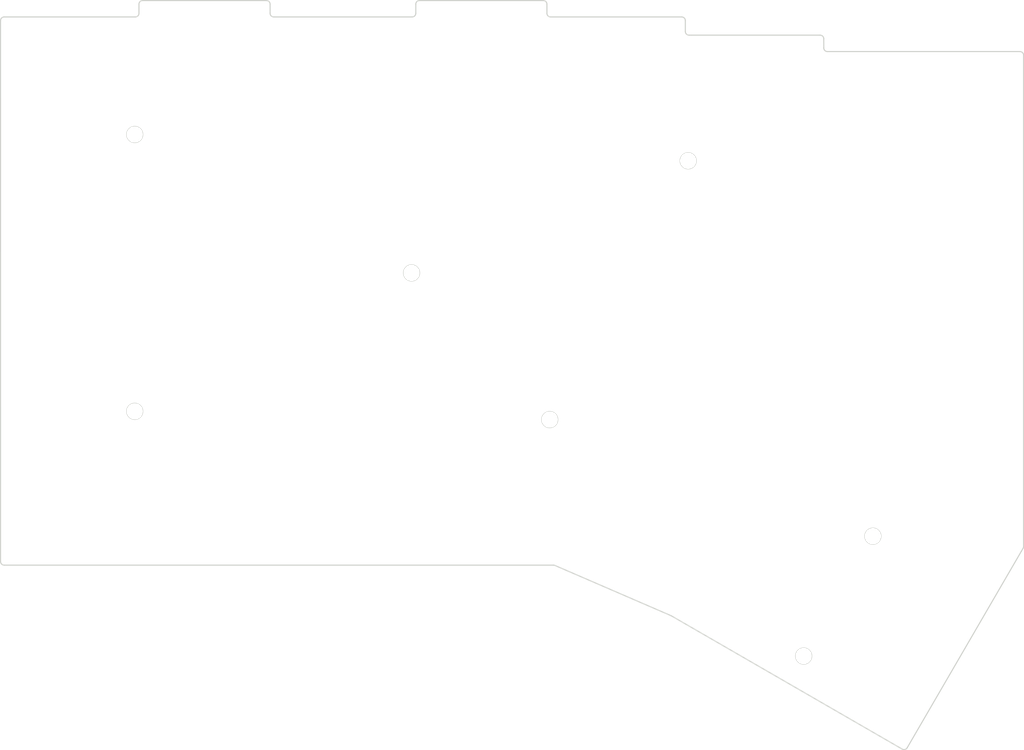
<source format=kicad_pcb>
(kicad_pcb (version 20240108) (generator "pcbnew") (generator_version "8.0")
  (title_block (title "backplate") (date "2025-06-17") (rev "0.2") (company "ceoloide"))
  (layers (0 "F.Cu" signal) (31 "B.Cu" signal) (34 "B.Paste" user) (35 "F.Paste" user) (36 "B.SilkS" user "B.Silkscreen") (37 "F.SilkS" user "F.Silkscreen") (38 "B.Mask" user) (39 "F.Mask" user) (44 "Edge.Cuts" user))
  (net 0 "")
  (footprint "ceoloide:mounting_hole_npth" (layer "F.Cu") (at 166.468 89.261)
    (property "Reference" "MH5" (hide yes))
    (property "Value" "")
    (pad "" np_thru_hole circle (at 0 0) (size 2.2 2.2) (drill 2.2) (layers "*.Cu" "*.Mask"))
  )
  (footprint "ceoloide:mounting_hole_npth" (layer "F.Cu") (at 109.5 88.125)
    (property "Reference" "MH2" (hide yes))
    (property "Value" "")
    (pad "" np_thru_hole circle (at 0 0) (size 2.2 2.2) (drill 2.2) (layers "*.Cu" "*.Mask"))
  )
  (footprint "ceoloide:mounting_hole_npth" (layer "F.Cu") (at 147.5 69.125)
    (property "Reference" "MH4" (hide yes))
    (property "Value" "")
    (pad "" np_thru_hole circle (at 0 0) (size 2.2 2.2) (drill 2.2) (layers "*.Cu" "*.Mask"))
  )
  (footprint "ceoloide:mounting_hole_npth" (layer "F.Cu") (at 201.327241 121.717241 60)
    (property "Reference" "MH7" (hide yes))
    (property "Value" "")
    (pad "" np_thru_hole circle (at 0 0 60) (size 2.2 2.2) (drill 2.2) (layers "*.Cu" "*.Mask"))
  )
  (footprint "ceoloide:mounting_hole_npth" (layer "F.Cu") (at 185.468 53.736)
    (property "Reference" "MH3" (hide yes))
    (property "Value" "")
    (pad "" np_thru_hole circle (at 0 0) (size 2.2 2.2) (drill 2.2) (layers "*.Cu" "*.Mask"))
  )
  (footprint "ceoloide:mounting_hole_npth" (layer "F.Cu") (at 210.827241 105.262759 60)
    (property "Reference" "MH6" (hide yes))
    (property "Value" "")
    (pad "" np_thru_hole circle (at 0 0 60) (size 2.2 2.2) (drill 2.2) (layers "*.Cu" "*.Mask"))
  )
  (footprint "ceoloide:mounting_hole_npth" (layer "F.Cu") (at 109.5 50.125)
    (property "Reference" "MH1" (hide yes))
    (property "Value" "")
    (pad "" np_thru_hole circle (at 0 0) (size 2.2 2.2) (drill 2.2) (layers "*.Cu" "*.Mask"))
  )
  (gr_arc (start 165.582 31.738) (mid 165.935553 31.884447) (end 166.082 32.238) (stroke (width 0.15)) (layer "Edge.Cuts"))
  (gr_circle (center 210.827241 105.262759) (end 211.927241 105.262759) (stroke (width 0.15)) (fill none) (layer "Edge.Cuts"))
  (gr_arc (start 204.582778 38.74) (mid 204.229317 38.593624) (end 204.082778 38.240222) (stroke (width 0.15)) (layer "Edge.Cuts"))
  (gr_arc (start 110.08 32.238) (mid 110.226447 31.884447) (end 110.58 31.738) (stroke (width 0.15)) (layer "Edge.Cuts"))
  (gr_line (start 128.582 33.99) (end 147.58 33.99) (stroke (width 0.15)) (layer "Edge.Cuts"))
  (gr_circle (center 185.468 53.736) (end 186.568 53.736) (stroke (width 0.15)) (fill none) (layer "Edge.Cuts"))
  (gr_arc (start 110.08 33.49) (mid 109.933553 33.843553) (end 109.58 33.99) (stroke (width 0.15)) (layer "Edge.Cuts"))
  (gr_line (start 91.081987 108.740013) (end 91.080013 34.490013) (stroke (width 0.15)) (layer "Edge.Cuts"))
  (gr_circle (center 201.327241 121.717241) (end 202.427241 121.717241) (stroke (width 0.15)) (fill none) (layer "Edge.Cuts"))
  (gr_line (start 148.08 33.49) (end 148.08 32.238) (stroke (width 0.15)) (layer "Edge.Cuts"))
  (gr_line (start 183.165421 116.200186) (end 214.849384 134.49293) (stroke (width 0.15)) (layer "Edge.Cuts"))
  (gr_circle (center 166.468 89.261) (end 167.568 89.261) (stroke (width 0.15)) (fill none) (layer "Edge.Cuts"))
  (gr_arc (start 128.582 33.99) (mid 128.228447 33.843553) (end 128.082 33.49) (stroke (width 0.15)) (layer "Edge.Cuts"))
  (gr_line (start 91.580013 33.99) (end 109.58 33.99) (stroke (width 0.15)) (layer "Edge.Cuts"))
  (gr_arc (start 184.582 33.99) (mid 184.935553 34.136447) (end 185.082 34.49) (stroke (width 0.15)) (layer "Edge.Cuts"))
  (gr_arc (start 148.08 33.49) (mid 147.933553 33.843553) (end 147.58 33.99) (stroke (width 0.15)) (layer "Edge.Cuts"))
  (gr_arc (start 148.08 32.238) (mid 148.226447 31.884447) (end 148.58 31.738) (stroke (width 0.15)) (layer "Edge.Cuts"))
  (gr_line (start 166.582 33.99) (end 184.582 33.99) (stroke (width 0.15)) (layer "Edge.Cuts"))
  (gr_line (start 91.581987 109.24) (end 166.978501 109.24) (stroke (width 0.15)) (layer "Edge.Cuts"))
  (gr_arc (start 185.582 36.488) (mid 185.228447 36.341553) (end 185.082 35.988) (stroke (width 0.15)) (layer "Edge.Cuts"))
  (gr_line (start 231.446013 106.917025) (end 231.198 107.346596) (stroke (width 0.15)) (layer "Edge.Cuts"))
  (gr_line (start 166.082 32.238) (end 166.082 33.49) (stroke (width 0.15)) (layer "Edge.Cuts"))
  (gr_arc (start 166.582 33.99) (mid 166.228447 33.843553) (end 166.082 33.49) (stroke (width 0.15)) (layer "Edge.Cuts"))
  (gr_line (start 128.082 32.238) (end 128.082 33.49) (stroke (width 0.15)) (layer "Edge.Cuts"))
  (gr_line (start 110.08 33.49) (end 110.08 32.238) (stroke (width 0.15)) (layer "Edge.Cuts"))
  (gr_arc (start 91.080013 34.490013) (mid 91.226456 34.136456) (end 91.580013 33.99) (stroke (width 0.15)) (layer "Edge.Cuts"))
  (gr_line (start 185.582 36.488) (end 203.582222 36.488) (stroke (width 0.15)) (layer "Edge.Cuts"))
  (gr_line (start 231.513 39.24) (end 231.513 106.667025) (stroke (width 0.15)) (layer "Edge.Cuts"))
  (gr_line (start 185.082 34.49) (end 185.082 35.988) (stroke (width 0.15)) (layer "Edge.Cuts"))
  (gr_circle (center 109.5 88.125) (end 110.6 88.125) (stroke (width 0.15)) (fill none) (layer "Edge.Cuts"))
  (gr_circle (center 109.5 50.125) (end 110.6 50.125) (stroke (width 0.15)) (fill none) (layer "Edge.Cuts"))
  (gr_line (start 183.113914 116.174286) (end 167.176994 109.281088) (stroke (width 0.15)) (layer "Edge.Cuts"))
  (gr_arc (start 183.113914 116.174286) (mid 183.140041 116.186494) (end 183.165421 116.200186) (stroke (width 0.15)) (layer "Edge.Cuts"))
  (gr_arc (start 127.582 31.738) (mid 127.935553 31.884447) (end 128.082 32.238) (stroke (width 0.15)) (layer "Edge.Cuts"))
  (gr_line (start 231.198 107.346596) (end 215.531712 134.311099) (stroke (width 0.15)) (layer "Edge.Cuts"))
  (gr_line (start 204.082222 36.987778) (end 204.082778 38.240222) (stroke (width 0.15)) (layer "Edge.Cuts"))
  (gr_line (start 204.582778 38.74) (end 231.013 38.74) (stroke (width 0.15)) (layer "Edge.Cuts"))
  (gr_line (start 148.58 31.738) (end 165.582 31.738) (stroke (width 0.15)) (layer "Edge.Cuts"))
  (gr_arc (start 166.978501 109.24) (mid 167.079851 109.25038) (end 167.176994 109.281088) (stroke (width 0.15)) (layer "Edge.Cuts"))
  (gr_arc (start 231.013 38.74) (mid 231.366553 38.886447) (end 231.513 39.24) (stroke (width 0.15)) (layer "Edge.Cuts"))
  (gr_arc (start 91.581987 109.24) (mid 91.228447 109.093553) (end 91.081987 108.740013) (stroke (width 0.15)) (layer "Edge.Cuts"))
  (gr_arc (start 215.531712 134.311099) (mid 215.228135 134.543038) (end 214.849384 134.49293) (stroke (width 0.15)) (layer "Edge.Cuts"))
  (gr_circle (center 147.5 69.125) (end 148.6 69.125) (stroke (width 0.15)) (fill none) (layer "Edge.Cuts"))
  (gr_line (start 110.58 31.738) (end 127.582 31.738) (stroke (width 0.15)) (layer "Edge.Cuts"))
  (gr_arc (start 203.582222 36.488) (mid 203.935683 36.634376) (end 204.082222 36.987778) (stroke (width 0.15)) (layer "Edge.Cuts"))
  (gr_arc (start 231.513 106.667025) (mid 231.495957 106.796432) (end 231.446013 106.917025) (stroke (width 0.15)) (layer "Edge.Cuts"))
)
</source>
